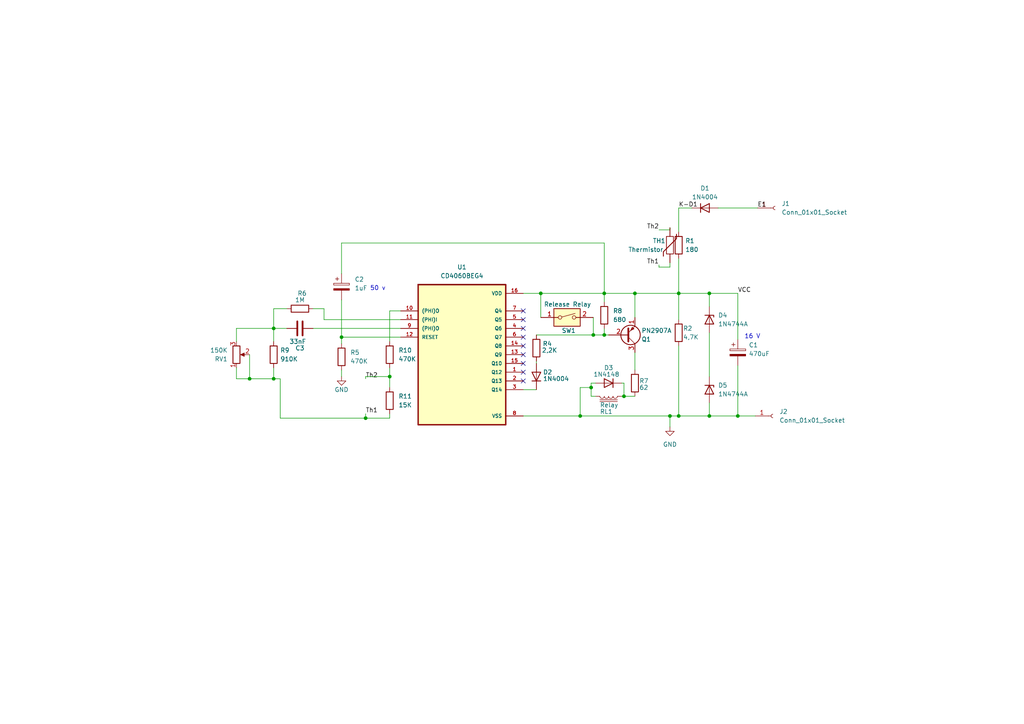
<source format=kicad_sch>
(kicad_sch (version 20230121) (generator eeschema)

  (uuid fd25898a-2d64-45c6-bc75-0ee137956269)

  (paper "A4")

  (title_block
    (title "Grille pain")
    (date "2024-02-10")
    (rev "V 0.0")
    (comment 1 "Pas termine, juste une idee")
  )

  (lib_symbols
    (symbol "CD4060:CD4060BEG4" (pin_names (offset 1.016)) (in_bom yes) (on_board yes)
      (property "Reference" "U" (at -12.7 21.32 0)
        (effects (font (size 1.27 1.27)) (justify left bottom))
      )
      (property "Value" "CD4060BEG4" (at -12.7 -24.32 0)
        (effects (font (size 1.27 1.27)) (justify left bottom))
      )
      (property "Footprint" "CD4060BEG4:DIP794W45P254L1969H508Q16" (at 0 0 0)
        (effects (font (size 1.27 1.27)) (justify bottom) hide)
      )
      (property "Datasheet" "" (at 0 0 0)
        (effects (font (size 1.27 1.27)) hide)
      )
      (property "MF" "Texas Instruments" (at 0 0 0)
        (effects (font (size 1.27 1.27)) (justify bottom) hide)
      )
      (property "Description" "\nCounter IC Binary Counter 1 Element 14 Bit Negative Edge 16-PDIP\n" (at 0 0 0)
        (effects (font (size 1.27 1.27)) (justify bottom) hide)
      )
      (property "Package" "PDIP-16 Texas Instruments" (at 0 0 0)
        (effects (font (size 1.27 1.27)) (justify bottom) hide)
      )
      (property "Price" "None" (at 0 0 0)
        (effects (font (size 1.27 1.27)) (justify bottom) hide)
      )
      (property "SnapEDA_Link" "https://www.snapeda.com/parts/CD4060BEG4/Texas+Instruments/view-part/?ref=snap" (at 0 0 0)
        (effects (font (size 1.27 1.27)) (justify bottom) hide)
      )
      (property "MP" "CD4060BEG4" (at 0 0 0)
        (effects (font (size 1.27 1.27)) (justify bottom) hide)
      )
      (property "Availability" "Not in stock" (at 0 0 0)
        (effects (font (size 1.27 1.27)) (justify bottom) hide)
      )
      (property "Check_prices" "https://www.snapeda.com/parts/CD4060BEG4/Texas+Instruments/view-part/?ref=eda" (at 0 0 0)
        (effects (font (size 1.27 1.27)) (justify bottom) hide)
      )
      (symbol "CD4060BEG4_0_0"
        (rectangle (start -12.7 -20.32) (end 12.7 20.32)
          (stroke (width 0.41) (type default))
          (fill (type background))
        )
        (pin output line (at 17.78 -5.08 180) (length 5.08)
          (name "Q12" (effects (font (size 1.016 1.016))))
          (number "1" (effects (font (size 1.016 1.016))))
        )
        (pin input line (at -17.78 12.7 0) (length 5.08)
          (name "(PHI)O" (effects (font (size 1.016 1.016))))
          (number "10" (effects (font (size 1.016 1.016))))
        )
        (pin input line (at -17.78 10.16 0) (length 5.08)
          (name "(PHI)I" (effects (font (size 1.016 1.016))))
          (number "11" (effects (font (size 1.016 1.016))))
        )
        (pin input line (at -17.78 5.08 0) (length 5.08)
          (name "RESET" (effects (font (size 1.016 1.016))))
          (number "12" (effects (font (size 1.016 1.016))))
        )
        (pin output line (at 17.78 0 180) (length 5.08)
          (name "Q9" (effects (font (size 1.016 1.016))))
          (number "13" (effects (font (size 1.016 1.016))))
        )
        (pin output line (at 17.78 2.54 180) (length 5.08)
          (name "Q8" (effects (font (size 1.016 1.016))))
          (number "14" (effects (font (size 1.016 1.016))))
        )
        (pin output line (at 17.78 -2.54 180) (length 5.08)
          (name "Q10" (effects (font (size 1.016 1.016))))
          (number "15" (effects (font (size 1.016 1.016))))
        )
        (pin power_in line (at 17.78 17.78 180) (length 5.08)
          (name "VDD" (effects (font (size 1.016 1.016))))
          (number "16" (effects (font (size 1.016 1.016))))
        )
        (pin output line (at 17.78 -7.62 180) (length 5.08)
          (name "Q13" (effects (font (size 1.016 1.016))))
          (number "2" (effects (font (size 1.016 1.016))))
        )
        (pin output line (at 17.78 -10.16 180) (length 5.08)
          (name "Q14" (effects (font (size 1.016 1.016))))
          (number "3" (effects (font (size 1.016 1.016))))
        )
        (pin output line (at 17.78 7.62 180) (length 5.08)
          (name "Q6" (effects (font (size 1.016 1.016))))
          (number "4" (effects (font (size 1.016 1.016))))
        )
        (pin output line (at 17.78 10.16 180) (length 5.08)
          (name "Q5" (effects (font (size 1.016 1.016))))
          (number "5" (effects (font (size 1.016 1.016))))
        )
        (pin output line (at 17.78 5.08 180) (length 5.08)
          (name "Q7" (effects (font (size 1.016 1.016))))
          (number "6" (effects (font (size 1.016 1.016))))
        )
        (pin output line (at 17.78 12.7 180) (length 5.08)
          (name "Q4" (effects (font (size 1.016 1.016))))
          (number "7" (effects (font (size 1.016 1.016))))
        )
        (pin power_in line (at 17.78 -17.78 180) (length 5.08)
          (name "VSS" (effects (font (size 1.016 1.016))))
          (number "8" (effects (font (size 1.016 1.016))))
        )
        (pin input line (at -17.78 7.62 0) (length 5.08)
          (name "(PHI)O" (effects (font (size 1.016 1.016))))
          (number "9" (effects (font (size 1.016 1.016))))
        )
      )
    )
    (symbol "Connector:Conn_01x01_Socket" (pin_names (offset 1.016) hide) (in_bom yes) (on_board yes)
      (property "Reference" "J" (at 0 2.54 0)
        (effects (font (size 1.27 1.27)))
      )
      (property "Value" "Conn_01x01_Socket" (at 0 -2.54 0)
        (effects (font (size 1.27 1.27)))
      )
      (property "Footprint" "" (at 0 0 0)
        (effects (font (size 1.27 1.27)) hide)
      )
      (property "Datasheet" "~" (at 0 0 0)
        (effects (font (size 1.27 1.27)) hide)
      )
      (property "ki_locked" "" (at 0 0 0)
        (effects (font (size 1.27 1.27)))
      )
      (property "ki_keywords" "connector" (at 0 0 0)
        (effects (font (size 1.27 1.27)) hide)
      )
      (property "ki_description" "Generic connector, single row, 01x01, script generated" (at 0 0 0)
        (effects (font (size 1.27 1.27)) hide)
      )
      (property "ki_fp_filters" "Connector*:*_1x??_*" (at 0 0 0)
        (effects (font (size 1.27 1.27)) hide)
      )
      (symbol "Conn_01x01_Socket_1_1"
        (polyline
          (pts
            (xy -1.27 0)
            (xy -0.508 0)
          )
          (stroke (width 0.1524) (type default))
          (fill (type none))
        )
        (arc (start 0 0.508) (mid -0.5058 0) (end 0 -0.508)
          (stroke (width 0.1524) (type default))
          (fill (type none))
        )
        (pin passive line (at -5.08 0 0) (length 3.81)
          (name "Pin_1" (effects (font (size 1.27 1.27))))
          (number "1" (effects (font (size 1.27 1.27))))
        )
      )
    )
    (symbol "Device:C" (pin_numbers hide) (pin_names (offset 0.254)) (in_bom yes) (on_board yes)
      (property "Reference" "C" (at 0.635 2.54 0)
        (effects (font (size 1.27 1.27)) (justify left))
      )
      (property "Value" "C" (at 0.635 -2.54 0)
        (effects (font (size 1.27 1.27)) (justify left))
      )
      (property "Footprint" "" (at 0.9652 -3.81 0)
        (effects (font (size 1.27 1.27)) hide)
      )
      (property "Datasheet" "~" (at 0 0 0)
        (effects (font (size 1.27 1.27)) hide)
      )
      (property "ki_keywords" "cap capacitor" (at 0 0 0)
        (effects (font (size 1.27 1.27)) hide)
      )
      (property "ki_description" "Unpolarized capacitor" (at 0 0 0)
        (effects (font (size 1.27 1.27)) hide)
      )
      (property "ki_fp_filters" "C_*" (at 0 0 0)
        (effects (font (size 1.27 1.27)) hide)
      )
      (symbol "C_0_1"
        (polyline
          (pts
            (xy -2.032 -0.762)
            (xy 2.032 -0.762)
          )
          (stroke (width 0.508) (type default))
          (fill (type none))
        )
        (polyline
          (pts
            (xy -2.032 0.762)
            (xy 2.032 0.762)
          )
          (stroke (width 0.508) (type default))
          (fill (type none))
        )
      )
      (symbol "C_1_1"
        (pin passive line (at 0 3.81 270) (length 2.794)
          (name "~" (effects (font (size 1.27 1.27))))
          (number "1" (effects (font (size 1.27 1.27))))
        )
        (pin passive line (at 0 -3.81 90) (length 2.794)
          (name "~" (effects (font (size 1.27 1.27))))
          (number "2" (effects (font (size 1.27 1.27))))
        )
      )
    )
    (symbol "Device:C_Polarized" (pin_numbers hide) (pin_names (offset 0.254)) (in_bom yes) (on_board yes)
      (property "Reference" "C" (at 0.635 2.54 0)
        (effects (font (size 1.27 1.27)) (justify left))
      )
      (property "Value" "C_Polarized" (at 0.635 -2.54 0)
        (effects (font (size 1.27 1.27)) (justify left))
      )
      (property "Footprint" "" (at 0.9652 -3.81 0)
        (effects (font (size 1.27 1.27)) hide)
      )
      (property "Datasheet" "~" (at 0 0 0)
        (effects (font (size 1.27 1.27)) hide)
      )
      (property "ki_keywords" "cap capacitor" (at 0 0 0)
        (effects (font (size 1.27 1.27)) hide)
      )
      (property "ki_description" "Polarized capacitor" (at 0 0 0)
        (effects (font (size 1.27 1.27)) hide)
      )
      (property "ki_fp_filters" "CP_*" (at 0 0 0)
        (effects (font (size 1.27 1.27)) hide)
      )
      (symbol "C_Polarized_0_1"
        (rectangle (start -2.286 0.508) (end 2.286 1.016)
          (stroke (width 0) (type default))
          (fill (type none))
        )
        (polyline
          (pts
            (xy -1.778 2.286)
            (xy -0.762 2.286)
          )
          (stroke (width 0) (type default))
          (fill (type none))
        )
        (polyline
          (pts
            (xy -1.27 2.794)
            (xy -1.27 1.778)
          )
          (stroke (width 0) (type default))
          (fill (type none))
        )
        (rectangle (start 2.286 -0.508) (end -2.286 -1.016)
          (stroke (width 0) (type default))
          (fill (type outline))
        )
      )
      (symbol "C_Polarized_1_1"
        (pin passive line (at 0 3.81 270) (length 2.794)
          (name "~" (effects (font (size 1.27 1.27))))
          (number "1" (effects (font (size 1.27 1.27))))
        )
        (pin passive line (at 0 -3.81 90) (length 2.794)
          (name "~" (effects (font (size 1.27 1.27))))
          (number "2" (effects (font (size 1.27 1.27))))
        )
      )
    )
    (symbol "Device:D" (pin_numbers hide) (pin_names (offset 1.016) hide) (in_bom yes) (on_board yes)
      (property "Reference" "D" (at 0 2.54 0)
        (effects (font (size 1.27 1.27)))
      )
      (property "Value" "D" (at 0 -2.54 0)
        (effects (font (size 1.27 1.27)))
      )
      (property "Footprint" "" (at 0 0 0)
        (effects (font (size 1.27 1.27)) hide)
      )
      (property "Datasheet" "~" (at 0 0 0)
        (effects (font (size 1.27 1.27)) hide)
      )
      (property "Sim.Device" "D" (at 0 0 0)
        (effects (font (size 1.27 1.27)) hide)
      )
      (property "Sim.Pins" "1=K 2=A" (at 0 0 0)
        (effects (font (size 1.27 1.27)) hide)
      )
      (property "ki_keywords" "diode" (at 0 0 0)
        (effects (font (size 1.27 1.27)) hide)
      )
      (property "ki_description" "Diode" (at 0 0 0)
        (effects (font (size 1.27 1.27)) hide)
      )
      (property "ki_fp_filters" "TO-???* *_Diode_* *SingleDiode* D_*" (at 0 0 0)
        (effects (font (size 1.27 1.27)) hide)
      )
      (symbol "D_0_1"
        (polyline
          (pts
            (xy -1.27 1.27)
            (xy -1.27 -1.27)
          )
          (stroke (width 0.254) (type default))
          (fill (type none))
        )
        (polyline
          (pts
            (xy 1.27 0)
            (xy -1.27 0)
          )
          (stroke (width 0) (type default))
          (fill (type none))
        )
        (polyline
          (pts
            (xy 1.27 1.27)
            (xy 1.27 -1.27)
            (xy -1.27 0)
            (xy 1.27 1.27)
          )
          (stroke (width 0.254) (type default))
          (fill (type none))
        )
      )
      (symbol "D_1_1"
        (pin passive line (at -3.81 0 0) (length 2.54)
          (name "K" (effects (font (size 1.27 1.27))))
          (number "1" (effects (font (size 1.27 1.27))))
        )
        (pin passive line (at 3.81 0 180) (length 2.54)
          (name "A" (effects (font (size 1.27 1.27))))
          (number "2" (effects (font (size 1.27 1.27))))
        )
      )
    )
    (symbol "Device:D_Zener" (pin_numbers hide) (pin_names (offset 1.016) hide) (in_bom yes) (on_board yes)
      (property "Reference" "D" (at 0 2.54 0)
        (effects (font (size 1.27 1.27)))
      )
      (property "Value" "D_Zener" (at 0 -2.54 0)
        (effects (font (size 1.27 1.27)))
      )
      (property "Footprint" "" (at 0 0 0)
        (effects (font (size 1.27 1.27)) hide)
      )
      (property "Datasheet" "~" (at 0 0 0)
        (effects (font (size 1.27 1.27)) hide)
      )
      (property "ki_keywords" "diode" (at 0 0 0)
        (effects (font (size 1.27 1.27)) hide)
      )
      (property "ki_description" "Zener diode" (at 0 0 0)
        (effects (font (size 1.27 1.27)) hide)
      )
      (property "ki_fp_filters" "TO-???* *_Diode_* *SingleDiode* D_*" (at 0 0 0)
        (effects (font (size 1.27 1.27)) hide)
      )
      (symbol "D_Zener_0_1"
        (polyline
          (pts
            (xy 1.27 0)
            (xy -1.27 0)
          )
          (stroke (width 0) (type default))
          (fill (type none))
        )
        (polyline
          (pts
            (xy -1.27 -1.27)
            (xy -1.27 1.27)
            (xy -0.762 1.27)
          )
          (stroke (width 0.254) (type default))
          (fill (type none))
        )
        (polyline
          (pts
            (xy 1.27 -1.27)
            (xy 1.27 1.27)
            (xy -1.27 0)
            (xy 1.27 -1.27)
          )
          (stroke (width 0.254) (type default))
          (fill (type none))
        )
      )
      (symbol "D_Zener_1_1"
        (pin passive line (at -3.81 0 0) (length 2.54)
          (name "K" (effects (font (size 1.27 1.27))))
          (number "1" (effects (font (size 1.27 1.27))))
        )
        (pin passive line (at 3.81 0 180) (length 2.54)
          (name "A" (effects (font (size 1.27 1.27))))
          (number "2" (effects (font (size 1.27 1.27))))
        )
      )
    )
    (symbol "Device:L_Iron" (pin_numbers hide) (pin_names (offset 1.016) hide) (in_bom yes) (on_board yes)
      (property "Reference" "L" (at -1.27 0 90)
        (effects (font (size 1.27 1.27)))
      )
      (property "Value" "L_Iron" (at 2.794 0 90)
        (effects (font (size 1.27 1.27)))
      )
      (property "Footprint" "" (at 0 0 0)
        (effects (font (size 1.27 1.27)) hide)
      )
      (property "Datasheet" "~" (at 0 0 0)
        (effects (font (size 1.27 1.27)) hide)
      )
      (property "ki_keywords" "inductor choke coil reactor magnetic" (at 0 0 0)
        (effects (font (size 1.27 1.27)) hide)
      )
      (property "ki_description" "Inductor with iron core" (at 0 0 0)
        (effects (font (size 1.27 1.27)) hide)
      )
      (property "ki_fp_filters" "Choke_* *Coil* Inductor_* L_*" (at 0 0 0)
        (effects (font (size 1.27 1.27)) hide)
      )
      (symbol "L_Iron_0_1"
        (arc (start 0 -2.54) (mid 0.6323 -1.905) (end 0 -1.27)
          (stroke (width 0) (type default))
          (fill (type none))
        )
        (arc (start 0 -1.27) (mid 0.6323 -0.635) (end 0 0)
          (stroke (width 0) (type default))
          (fill (type none))
        )
        (polyline
          (pts
            (xy 1.016 2.54)
            (xy 1.016 -2.54)
          )
          (stroke (width 0) (type default))
          (fill (type none))
        )
        (polyline
          (pts
            (xy 1.524 -2.54)
            (xy 1.524 2.54)
          )
          (stroke (width 0) (type default))
          (fill (type none))
        )
        (arc (start 0 0) (mid 0.6323 0.635) (end 0 1.27)
          (stroke (width 0) (type default))
          (fill (type none))
        )
        (arc (start 0 1.27) (mid 0.6323 1.905) (end 0 2.54)
          (stroke (width 0) (type default))
          (fill (type none))
        )
      )
      (symbol "L_Iron_1_1"
        (pin passive line (at 0 3.81 270) (length 1.27)
          (name "1" (effects (font (size 1.27 1.27))))
          (number "1" (effects (font (size 1.27 1.27))))
        )
        (pin passive line (at 0 -3.81 90) (length 1.27)
          (name "2" (effects (font (size 1.27 1.27))))
          (number "2" (effects (font (size 1.27 1.27))))
        )
      )
    )
    (symbol "Device:R" (pin_numbers hide) (pin_names (offset 0)) (in_bom yes) (on_board yes)
      (property "Reference" "R" (at 2.032 0 90)
        (effects (font (size 1.27 1.27)))
      )
      (property "Value" "R" (at 0 0 90)
        (effects (font (size 1.27 1.27)))
      )
      (property "Footprint" "" (at -1.778 0 90)
        (effects (font (size 1.27 1.27)) hide)
      )
      (property "Datasheet" "~" (at 0 0 0)
        (effects (font (size 1.27 1.27)) hide)
      )
      (property "ki_keywords" "R res resistor" (at 0 0 0)
        (effects (font (size 1.27 1.27)) hide)
      )
      (property "ki_description" "Resistor" (at 0 0 0)
        (effects (font (size 1.27 1.27)) hide)
      )
      (property "ki_fp_filters" "R_*" (at 0 0 0)
        (effects (font (size 1.27 1.27)) hide)
      )
      (symbol "R_0_1"
        (rectangle (start -1.016 -2.54) (end 1.016 2.54)
          (stroke (width 0.254) (type default))
          (fill (type none))
        )
      )
      (symbol "R_1_1"
        (pin passive line (at 0 3.81 270) (length 1.27)
          (name "~" (effects (font (size 1.27 1.27))))
          (number "1" (effects (font (size 1.27 1.27))))
        )
        (pin passive line (at 0 -3.81 90) (length 1.27)
          (name "~" (effects (font (size 1.27 1.27))))
          (number "2" (effects (font (size 1.27 1.27))))
        )
      )
    )
    (symbol "Device:R_Potentiometer" (pin_names (offset 1.016) hide) (in_bom yes) (on_board yes)
      (property "Reference" "RV" (at -4.445 0 90)
        (effects (font (size 1.27 1.27)))
      )
      (property "Value" "R_Potentiometer" (at -2.54 0 90)
        (effects (font (size 1.27 1.27)))
      )
      (property "Footprint" "" (at 0 0 0)
        (effects (font (size 1.27 1.27)) hide)
      )
      (property "Datasheet" "~" (at 0 0 0)
        (effects (font (size 1.27 1.27)) hide)
      )
      (property "ki_keywords" "resistor variable" (at 0 0 0)
        (effects (font (size 1.27 1.27)) hide)
      )
      (property "ki_description" "Potentiometer" (at 0 0 0)
        (effects (font (size 1.27 1.27)) hide)
      )
      (property "ki_fp_filters" "Potentiometer*" (at 0 0 0)
        (effects (font (size 1.27 1.27)) hide)
      )
      (symbol "R_Potentiometer_0_1"
        (polyline
          (pts
            (xy 2.54 0)
            (xy 1.524 0)
          )
          (stroke (width 0) (type default))
          (fill (type none))
        )
        (polyline
          (pts
            (xy 1.143 0)
            (xy 2.286 0.508)
            (xy 2.286 -0.508)
            (xy 1.143 0)
          )
          (stroke (width 0) (type default))
          (fill (type outline))
        )
        (rectangle (start 1.016 2.54) (end -1.016 -2.54)
          (stroke (width 0.254) (type default))
          (fill (type none))
        )
      )
      (symbol "R_Potentiometer_1_1"
        (pin passive line (at 0 3.81 270) (length 1.27)
          (name "1" (effects (font (size 1.27 1.27))))
          (number "1" (effects (font (size 1.27 1.27))))
        )
        (pin passive line (at 3.81 0 180) (length 1.27)
          (name "2" (effects (font (size 1.27 1.27))))
          (number "2" (effects (font (size 1.27 1.27))))
        )
        (pin passive line (at 0 -3.81 90) (length 1.27)
          (name "3" (effects (font (size 1.27 1.27))))
          (number "3" (effects (font (size 1.27 1.27))))
        )
      )
    )
    (symbol "Device:Thermistor" (pin_numbers hide) (pin_names (offset 0)) (in_bom yes) (on_board yes)
      (property "Reference" "TH" (at 2.54 1.27 90)
        (effects (font (size 1.27 1.27)))
      )
      (property "Value" "Thermistor" (at -2.54 0 90)
        (effects (font (size 1.27 1.27)) (justify bottom))
      )
      (property "Footprint" "" (at 0 0 0)
        (effects (font (size 1.27 1.27)) hide)
      )
      (property "Datasheet" "~" (at 0 0 0)
        (effects (font (size 1.27 1.27)) hide)
      )
      (property "ki_keywords" "R res thermistor" (at 0 0 0)
        (effects (font (size 1.27 1.27)) hide)
      )
      (property "ki_description" "Temperature dependent resistor" (at 0 0 0)
        (effects (font (size 1.27 1.27)) hide)
      )
      (property "ki_fp_filters" "R_*" (at 0 0 0)
        (effects (font (size 1.27 1.27)) hide)
      )
      (symbol "Thermistor_0_1"
        (rectangle (start -1.016 2.54) (end 1.016 -2.54)
          (stroke (width 0.2032) (type default))
          (fill (type none))
        )
        (polyline
          (pts
            (xy -1.905 3.175)
            (xy -1.905 1.905)
            (xy 1.905 -1.905)
            (xy 1.905 -3.175)
            (xy 1.905 -3.175)
          )
          (stroke (width 0.254) (type default))
          (fill (type none))
        )
      )
      (symbol "Thermistor_1_1"
        (pin passive line (at 0 5.08 270) (length 2.54)
          (name "~" (effects (font (size 1.27 1.27))))
          (number "1" (effects (font (size 1.27 1.27))))
        )
        (pin passive line (at 0 -5.08 90) (length 2.54)
          (name "~" (effects (font (size 1.27 1.27))))
          (number "2" (effects (font (size 1.27 1.27))))
        )
      )
    )
    (symbol "Switch:SW_DIP_x01" (pin_names (offset 0) hide) (in_bom yes) (on_board yes)
      (property "Reference" "SW" (at 0 3.81 0)
        (effects (font (size 1.27 1.27)))
      )
      (property "Value" "SW_DIP_x01" (at 0 -3.81 0)
        (effects (font (size 1.27 1.27)))
      )
      (property "Footprint" "" (at 0 0 0)
        (effects (font (size 1.27 1.27)) hide)
      )
      (property "Datasheet" "~" (at 0 0 0)
        (effects (font (size 1.27 1.27)) hide)
      )
      (property "ki_keywords" "dip switch" (at 0 0 0)
        (effects (font (size 1.27 1.27)) hide)
      )
      (property "ki_description" "1x DIP Switch, Single Pole Single Throw (SPST) switch, small symbol" (at 0 0 0)
        (effects (font (size 1.27 1.27)) hide)
      )
      (property "ki_fp_filters" "SW?DIP?x1*" (at 0 0 0)
        (effects (font (size 1.27 1.27)) hide)
      )
      (symbol "SW_DIP_x01_0_0"
        (circle (center -2.032 0) (radius 0.508)
          (stroke (width 0) (type default))
          (fill (type none))
        )
        (polyline
          (pts
            (xy -1.524 0.127)
            (xy 2.3622 1.1684)
          )
          (stroke (width 0) (type default))
          (fill (type none))
        )
        (circle (center 2.032 0) (radius 0.508)
          (stroke (width 0) (type default))
          (fill (type none))
        )
      )
      (symbol "SW_DIP_x01_0_1"
        (rectangle (start -3.81 2.54) (end 3.81 -2.54)
          (stroke (width 0.254) (type default))
          (fill (type background))
        )
      )
      (symbol "SW_DIP_x01_1_1"
        (pin passive line (at -7.62 0 0) (length 5.08)
          (name "~" (effects (font (size 1.27 1.27))))
          (number "1" (effects (font (size 1.27 1.27))))
        )
        (pin passive line (at 7.62 0 180) (length 5.08)
          (name "~" (effects (font (size 1.27 1.27))))
          (number "2" (effects (font (size 1.27 1.27))))
        )
      )
    )
    (symbol "Transistor_BJT:2N3905" (pin_names (offset 0) hide) (in_bom yes) (on_board yes)
      (property "Reference" "Q" (at 5.08 1.905 0)
        (effects (font (size 1.27 1.27)) (justify left))
      )
      (property "Value" "2N3905" (at 5.08 0 0)
        (effects (font (size 1.27 1.27)) (justify left))
      )
      (property "Footprint" "Package_TO_SOT_THT:TO-92_Inline" (at 5.08 -1.905 0)
        (effects (font (size 1.27 1.27) italic) (justify left) hide)
      )
      (property "Datasheet" "https://www.nteinc.com/specs/original/2N3905_06.pdf" (at 0 0 0)
        (effects (font (size 1.27 1.27)) (justify left) hide)
      )
      (property "ki_keywords" "PNP Transistor" (at 0 0 0)
        (effects (font (size 1.27 1.27)) hide)
      )
      (property "ki_description" "-0.2A Ic, -40V Vce, Small Signal PNP Transistor, TO-92" (at 0 0 0)
        (effects (font (size 1.27 1.27)) hide)
      )
      (property "ki_fp_filters" "TO?92*" (at 0 0 0)
        (effects (font (size 1.27 1.27)) hide)
      )
      (symbol "2N3905_0_1"
        (polyline
          (pts
            (xy 0.635 0.635)
            (xy 2.54 2.54)
          )
          (stroke (width 0) (type default))
          (fill (type none))
        )
        (polyline
          (pts
            (xy 0.635 -0.635)
            (xy 2.54 -2.54)
            (xy 2.54 -2.54)
          )
          (stroke (width 0) (type default))
          (fill (type none))
        )
        (polyline
          (pts
            (xy 0.635 1.905)
            (xy 0.635 -1.905)
            (xy 0.635 -1.905)
          )
          (stroke (width 0.508) (type default))
          (fill (type none))
        )
        (polyline
          (pts
            (xy 2.286 -1.778)
            (xy 1.778 -2.286)
            (xy 1.27 -1.27)
            (xy 2.286 -1.778)
            (xy 2.286 -1.778)
          )
          (stroke (width 0) (type default))
          (fill (type outline))
        )
        (circle (center 1.27 0) (radius 2.8194)
          (stroke (width 0.254) (type default))
          (fill (type none))
        )
      )
      (symbol "2N3905_1_1"
        (pin passive line (at 2.54 -5.08 90) (length 2.54)
          (name "E" (effects (font (size 1.27 1.27))))
          (number "1" (effects (font (size 1.27 1.27))))
        )
        (pin input line (at -5.08 0 0) (length 5.715)
          (name "B" (effects (font (size 1.27 1.27))))
          (number "2" (effects (font (size 1.27 1.27))))
        )
        (pin passive line (at 2.54 5.08 270) (length 2.54)
          (name "C" (effects (font (size 1.27 1.27))))
          (number "3" (effects (font (size 1.27 1.27))))
        )
      )
    )
    (symbol "power:GND" (power) (pin_names (offset 0)) (in_bom yes) (on_board yes)
      (property "Reference" "#PWR" (at 0 -6.35 0)
        (effects (font (size 1.27 1.27)) hide)
      )
      (property "Value" "GND" (at 0 -3.81 0)
        (effects (font (size 1.27 1.27)))
      )
      (property "Footprint" "" (at 0 0 0)
        (effects (font (size 1.27 1.27)) hide)
      )
      (property "Datasheet" "" (at 0 0 0)
        (effects (font (size 1.27 1.27)) hide)
      )
      (property "ki_keywords" "global power" (at 0 0 0)
        (effects (font (size 1.27 1.27)) hide)
      )
      (property "ki_description" "Power symbol creates a global label with name \"GND\" , ground" (at 0 0 0)
        (effects (font (size 1.27 1.27)) hide)
      )
      (symbol "GND_0_1"
        (polyline
          (pts
            (xy 0 0)
            (xy 0 -1.27)
            (xy 1.27 -1.27)
            (xy 0 -2.54)
            (xy -1.27 -1.27)
            (xy 0 -1.27)
          )
          (stroke (width 0) (type default))
          (fill (type none))
        )
      )
      (symbol "GND_1_1"
        (pin power_in line (at 0 0 270) (length 0) hide
          (name "GND" (effects (font (size 1.27 1.27))))
          (number "1" (effects (font (size 1.27 1.27))))
        )
      )
    )
  )

  (junction (at 156.845 85.09) (diameter 0) (color 0 0 0 0)
    (uuid 0017864a-4d16-44eb-80a3-f17dae34c0f3)
  )
  (junction (at 196.85 85.09) (diameter 0) (color 0 0 0 0)
    (uuid 00188b90-0c87-48a7-a345-e87c17b7197f)
  )
  (junction (at 184.15 85.09) (diameter 0) (color 0 0 0 0)
    (uuid 02ada6d1-2349-48c2-82c6-7ee312b94ab5)
  )
  (junction (at 171.45 112.395) (diameter 0) (color 0 0 0 0)
    (uuid 04ff7e53-f574-4732-af34-799fde7b55ef)
  )
  (junction (at 205.74 120.65) (diameter 0) (color 0 0 0 0)
    (uuid 082e4aad-e84c-4474-952e-4e8c69df19a4)
  )
  (junction (at 113.03 109.22) (diameter 0) (color 0 0 0 0)
    (uuid 0d9f002b-d4a8-44cd-b594-4822609ad6cf)
  )
  (junction (at 213.995 120.65) (diameter 0) (color 0 0 0 0)
    (uuid 1c4b0b9e-08fc-40f3-be4b-5f282099a673)
  )
  (junction (at 72.39 109.855) (diameter 0) (color 0 0 0 0)
    (uuid 5b9abb37-69b6-43e5-ace4-0fac11ecad22)
  )
  (junction (at 79.375 109.855) (diameter 0) (color 0 0 0 0)
    (uuid 86e92535-e5fe-4c86-9f2a-72054a934ed8)
  )
  (junction (at 205.74 85.09) (diameter 0) (color 0 0 0 0)
    (uuid 8dcd73cd-c32e-4275-b513-415eda6636e9)
  )
  (junction (at 172.085 97.155) (diameter 0) (color 0 0 0 0)
    (uuid aeb72df2-332e-46e4-9be9-84fb36aded7b)
  )
  (junction (at 180.975 114.935) (diameter 0) (color 0 0 0 0)
    (uuid af3408a4-cbfe-4559-ab11-fef906a9b55e)
  )
  (junction (at 175.26 85.09) (diameter 0) (color 0 0 0 0)
    (uuid b73941bf-bc82-476d-92b2-276c957c5c41)
  )
  (junction (at 79.375 95.25) (diameter 0) (color 0 0 0 0)
    (uuid bdaa2a3e-8944-49df-9f5d-76936d44da6d)
  )
  (junction (at 196.85 120.65) (diameter 0) (color 0 0 0 0)
    (uuid c8749eef-1e2f-4829-aab6-c1cbecdadd06)
  )
  (junction (at 194.31 120.65) (diameter 0) (color 0 0 0 0)
    (uuid d8a1d769-3a46-45d6-ad86-43cd5d6769af)
  )
  (junction (at 106.045 121.285) (diameter 0) (color 0 0 0 0)
    (uuid e1aa0742-e550-49da-a3e2-c220fd76bb4b)
  )
  (junction (at 168.275 120.65) (diameter 0) (color 0 0 0 0)
    (uuid e6e181c6-7d4d-42c1-b09c-ca25189f232c)
  )
  (junction (at 175.26 97.155) (diameter 0) (color 0 0 0 0)
    (uuid ef881206-c688-49a4-a159-c49f9eec7713)
  )
  (junction (at 99.06 97.79) (diameter 0) (color 0 0 0 0)
    (uuid fa632ba1-4b07-464f-9dd0-1b57af778660)
  )

  (no_connect (at 151.765 100.33) (uuid 03f1ce1e-3d78-4394-a7f8-fec3690a7130))
  (no_connect (at 151.765 110.49) (uuid 0c7d5b39-4f23-4234-a6ff-baa668a721cf))
  (no_connect (at 151.765 97.79) (uuid 225c55a6-24a9-4cd1-a9ff-34a1a571b1ad))
  (no_connect (at 151.765 92.71) (uuid 695ad326-4970-4c4c-8bc3-948bd9325d05))
  (no_connect (at 151.765 90.17) (uuid 93ae0467-2729-44ed-a346-6f830f7436b1))
  (no_connect (at 151.765 95.25) (uuid b03311b2-a187-42c2-b302-ecda79fd67fc))
  (no_connect (at 151.765 105.41) (uuid b278f7be-618e-4a69-a4b7-b655c9ca2761))
  (no_connect (at 151.765 107.95) (uuid d5a7a901-4e44-4002-af5e-7b12708078a0))
  (no_connect (at 151.765 102.87) (uuid dc421c00-7538-425f-a335-d2284f03c53e))

  (wire (pts (xy 168.275 112.395) (xy 168.275 120.65))
    (stroke (width 0) (type default))
    (uuid 02877e49-1fa8-46c3-82f6-e1c29a119a7e)
  )
  (wire (pts (xy 79.375 95.25) (xy 68.58 95.25))
    (stroke (width 0) (type default))
    (uuid 0358b5e3-149b-4627-891d-f52ee577bfc4)
  )
  (wire (pts (xy 213.995 98.425) (xy 213.995 85.09))
    (stroke (width 0) (type default))
    (uuid 0873bbdf-848e-48ff-b8dc-83bc10db3c0d)
  )
  (wire (pts (xy 113.03 109.22) (xy 113.03 112.395))
    (stroke (width 0) (type default))
    (uuid 0b495abe-fad5-436a-84a4-bf713f013dfe)
  )
  (wire (pts (xy 116.205 90.17) (xy 113.03 90.17))
    (stroke (width 0) (type default))
    (uuid 0c8c35c6-32c1-4642-adb3-aef029e097fb)
  )
  (wire (pts (xy 184.15 102.235) (xy 184.15 107.315))
    (stroke (width 0) (type default))
    (uuid 0d1faaba-d9a9-4636-9e42-23a24ec0421b)
  )
  (wire (pts (xy 155.575 97.155) (xy 172.085 97.155))
    (stroke (width 0) (type default))
    (uuid 108f67f1-42cc-4bd4-9e21-2c81f73ecad1)
  )
  (wire (pts (xy 175.26 95.25) (xy 175.26 97.155))
    (stroke (width 0) (type default))
    (uuid 14fd3a9e-c989-439f-b29d-56c7761835c5)
  )
  (wire (pts (xy 205.74 96.52) (xy 205.74 109.22))
    (stroke (width 0) (type default))
    (uuid 16e59d33-7349-42d1-86df-a633a5816634)
  )
  (wire (pts (xy 172.085 97.155) (xy 175.26 97.155))
    (stroke (width 0) (type default))
    (uuid 17796e66-8487-46f2-bac2-0e8a63ec1c32)
  )
  (wire (pts (xy 156.845 85.09) (xy 156.845 92.075))
    (stroke (width 0) (type default))
    (uuid 1c46f923-b37d-4add-a920-2392e05847cd)
  )
  (wire (pts (xy 205.74 116.84) (xy 205.74 120.65))
    (stroke (width 0) (type default))
    (uuid 1d559bb1-6d83-4853-a0f1-dfec5d87e3a7)
  )
  (wire (pts (xy 93.98 92.71) (xy 116.205 92.71))
    (stroke (width 0) (type default))
    (uuid 1f833019-f258-4c4d-a0f4-a552e0c28d33)
  )
  (wire (pts (xy 171.45 112.395) (xy 168.275 112.395))
    (stroke (width 0) (type default))
    (uuid 203edb18-4c70-47d0-aa0e-b7498dda2b1e)
  )
  (wire (pts (xy 191.135 77.47) (xy 191.135 76.835))
    (stroke (width 0) (type default))
    (uuid 21ab0d4c-951b-4b1d-aa5c-2cd041edc8cc)
  )
  (wire (pts (xy 72.39 102.87) (xy 72.39 109.855))
    (stroke (width 0) (type default))
    (uuid 2324c956-091b-41e5-a592-14b4a6224668)
  )
  (wire (pts (xy 175.26 97.155) (xy 176.53 97.155))
    (stroke (width 0) (type default))
    (uuid 25426cb9-8e45-470f-96fe-fade273e69fb)
  )
  (wire (pts (xy 205.74 85.09) (xy 213.995 85.09))
    (stroke (width 0) (type default))
    (uuid 27b3bae4-b7b2-47cb-af25-040070cef69b)
  )
  (wire (pts (xy 151.765 85.09) (xy 156.845 85.09))
    (stroke (width 0) (type default))
    (uuid 2b458da9-def4-4b7a-96c6-7ccada4b15c6)
  )
  (wire (pts (xy 205.74 120.65) (xy 213.995 120.65))
    (stroke (width 0) (type default))
    (uuid 320a9237-1dac-44c8-992a-364437d5cbb1)
  )
  (wire (pts (xy 99.06 70.485) (xy 99.06 79.375))
    (stroke (width 0) (type default))
    (uuid 3497361e-35cb-419f-a937-6c230439d55b)
  )
  (wire (pts (xy 90.805 95.25) (xy 116.205 95.25))
    (stroke (width 0) (type default))
    (uuid 34ad0dca-1f18-4f7c-bd59-1f103c0ef4ca)
  )
  (wire (pts (xy 93.98 92.71) (xy 93.98 89.535))
    (stroke (width 0) (type default))
    (uuid 374ce9a7-600f-4d8d-ac51-0ddec667e4ee)
  )
  (wire (pts (xy 194.31 77.47) (xy 191.135 77.47))
    (stroke (width 0) (type default))
    (uuid 37d0694f-d2f4-439a-a840-429864865ef6)
  )
  (wire (pts (xy 175.26 85.09) (xy 175.26 87.63))
    (stroke (width 0) (type default))
    (uuid 38a2f236-6f24-4c46-bad3-ecffa4aac62f)
  )
  (wire (pts (xy 196.85 92.71) (xy 196.85 85.09))
    (stroke (width 0) (type default))
    (uuid 392bae6d-1360-474b-947f-83fbc987fd37)
  )
  (wire (pts (xy 79.375 109.855) (xy 72.39 109.855))
    (stroke (width 0) (type default))
    (uuid 3a356660-3157-45d0-8e96-bc9185d9514b)
  )
  (wire (pts (xy 196.85 120.65) (xy 194.31 120.65))
    (stroke (width 0) (type default))
    (uuid 3bc6c07f-dbab-44f8-a612-4ce5fac533cf)
  )
  (wire (pts (xy 172.085 92.075) (xy 172.085 97.155))
    (stroke (width 0) (type default))
    (uuid 461c0187-4a6f-4774-a1fa-ed58a14326be)
  )
  (wire (pts (xy 68.58 95.25) (xy 68.58 99.06))
    (stroke (width 0) (type default))
    (uuid 4a2a2258-d7f1-4281-b8dc-2f5836787c7a)
  )
  (wire (pts (xy 72.39 109.855) (xy 68.58 109.855))
    (stroke (width 0) (type default))
    (uuid 4cccbbd8-9158-4884-88cb-f46b4f6076bc)
  )
  (wire (pts (xy 83.185 89.535) (xy 79.375 89.535))
    (stroke (width 0) (type default))
    (uuid 501b1c65-9366-44f5-b6ee-02e7a76558a2)
  )
  (wire (pts (xy 99.06 97.79) (xy 99.06 99.695))
    (stroke (width 0) (type default))
    (uuid 5a73f5d5-37d8-44e6-8f61-b5ba2b41dc5b)
  )
  (wire (pts (xy 172.72 111.125) (xy 171.45 111.125))
    (stroke (width 0) (type default))
    (uuid 5be19ed1-fbaa-438a-a94c-8f13075fb2ea)
  )
  (wire (pts (xy 93.98 89.535) (xy 90.805 89.535))
    (stroke (width 0) (type default))
    (uuid 5be7d719-958f-4fde-9ea4-6099b086e88f)
  )
  (wire (pts (xy 194.31 76.2) (xy 194.31 77.47))
    (stroke (width 0) (type default))
    (uuid 5eaabeb3-0121-4a49-b0c2-40e09fdab17f)
  )
  (wire (pts (xy 83.185 95.25) (xy 79.375 95.25))
    (stroke (width 0) (type default))
    (uuid 5edae8bc-0d8d-471b-8ff9-b332d3cad96f)
  )
  (wire (pts (xy 184.15 85.09) (xy 196.85 85.09))
    (stroke (width 0) (type default))
    (uuid 62da3397-3d11-4053-a128-932b5ee755aa)
  )
  (wire (pts (xy 106.045 121.285) (xy 81.28 121.285))
    (stroke (width 0) (type default))
    (uuid 65c10ed3-2d07-4fbb-bf17-840f5c5687d0)
  )
  (wire (pts (xy 81.28 109.855) (xy 79.375 109.855))
    (stroke (width 0) (type default))
    (uuid 686293a9-9365-4e70-a645-1b57a8bedc20)
  )
  (wire (pts (xy 79.375 95.25) (xy 79.375 99.06))
    (stroke (width 0) (type default))
    (uuid 68e84451-20e3-4966-af7a-d65e80ad436b)
  )
  (wire (pts (xy 196.85 120.65) (xy 205.74 120.65))
    (stroke (width 0) (type default))
    (uuid 6993d6b6-04e7-4e32-ab81-7bb49d0bd329)
  )
  (wire (pts (xy 196.85 74.93) (xy 196.85 85.09))
    (stroke (width 0) (type default))
    (uuid 6b9787d9-ea24-4cc6-9729-3b324a723e72)
  )
  (wire (pts (xy 79.375 89.535) (xy 79.375 95.25))
    (stroke (width 0) (type default))
    (uuid 6bf28b1e-18e2-4085-a7ca-3af1b872e2da)
  )
  (wire (pts (xy 172.72 114.935) (xy 171.45 114.935))
    (stroke (width 0) (type default))
    (uuid 6e632a8e-49e7-43d3-beba-4b823ccb2621)
  )
  (wire (pts (xy 171.45 114.935) (xy 171.45 112.395))
    (stroke (width 0) (type default))
    (uuid 72f03286-52b9-4c6f-9d03-f2d179dc0575)
  )
  (wire (pts (xy 106.045 109.22) (xy 106.045 109.855))
    (stroke (width 0) (type default))
    (uuid 78053446-3dd3-4074-bac6-5c6f86fde26d)
  )
  (wire (pts (xy 106.045 121.285) (xy 113.03 121.285))
    (stroke (width 0) (type default))
    (uuid 7bccf512-8bea-4a81-bec6-4fffb062680e)
  )
  (wire (pts (xy 156.845 85.09) (xy 175.26 85.09))
    (stroke (width 0) (type default))
    (uuid 809b2674-422b-41e0-aa78-e774d82bc94a)
  )
  (wire (pts (xy 180.975 111.125) (xy 180.975 114.935))
    (stroke (width 0) (type default))
    (uuid 83bbb471-44cc-4768-b9e5-e88c716cc07c)
  )
  (wire (pts (xy 175.26 85.09) (xy 184.15 85.09))
    (stroke (width 0) (type default))
    (uuid 860186c9-98d8-4c70-8096-7b5341ceab25)
  )
  (wire (pts (xy 196.85 60.325) (xy 196.85 67.31))
    (stroke (width 0) (type default))
    (uuid 88f3c34e-142e-408a-90c2-7ea731a2a11d)
  )
  (wire (pts (xy 106.045 120.015) (xy 106.045 121.285))
    (stroke (width 0) (type default))
    (uuid 8bd6f394-3b12-4b6e-9360-5875fd97f875)
  )
  (wire (pts (xy 99.06 107.315) (xy 99.06 109.22))
    (stroke (width 0) (type default))
    (uuid 8fcb64b5-5dfd-4c2f-b8c0-8bed66834e18)
  )
  (wire (pts (xy 175.26 70.485) (xy 99.06 70.485))
    (stroke (width 0) (type default))
    (uuid 93b60694-78e2-42c9-8610-649068d08c7e)
  )
  (wire (pts (xy 180.34 111.125) (xy 180.975 111.125))
    (stroke (width 0) (type default))
    (uuid 98a6c010-132a-4a79-aca1-2be9ff985da4)
  )
  (wire (pts (xy 113.03 120.015) (xy 113.03 121.285))
    (stroke (width 0) (type default))
    (uuid a2006269-dd0f-4043-a358-4a4df987325d)
  )
  (wire (pts (xy 113.03 90.17) (xy 113.03 99.06))
    (stroke (width 0) (type default))
    (uuid a4623d4e-53ba-4732-8565-2c5bd82d244d)
  )
  (wire (pts (xy 180.975 114.935) (xy 184.15 114.935))
    (stroke (width 0) (type default))
    (uuid a9ca6054-9d4b-4e07-95c8-0fda20e07f70)
  )
  (wire (pts (xy 106.045 109.22) (xy 113.03 109.22))
    (stroke (width 0) (type default))
    (uuid b5014d19-9fe1-4909-8a6d-db75b2e698b8)
  )
  (wire (pts (xy 208.28 60.325) (xy 219.71 60.325))
    (stroke (width 0) (type default))
    (uuid b72ccb67-258c-41bd-9664-62f3eb4fb042)
  )
  (wire (pts (xy 175.26 85.09) (xy 175.26 70.485))
    (stroke (width 0) (type default))
    (uuid b736cc8e-c866-4a53-bca6-72c92062f5a4)
  )
  (wire (pts (xy 151.765 120.65) (xy 168.275 120.65))
    (stroke (width 0) (type default))
    (uuid b7c4c88e-6576-4c3c-acdb-678eb8c19b58)
  )
  (wire (pts (xy 196.85 85.09) (xy 205.74 85.09))
    (stroke (width 0) (type default))
    (uuid bdec229e-f1f2-4206-b820-8d389ee29e9d)
  )
  (wire (pts (xy 184.15 85.09) (xy 184.15 92.075))
    (stroke (width 0) (type default))
    (uuid bf7ccd37-30ca-4886-bde1-55d5220a083f)
  )
  (wire (pts (xy 205.74 85.09) (xy 205.74 88.9))
    (stroke (width 0) (type default))
    (uuid c4eb292e-7fe1-4203-8c6e-7a292646c548)
  )
  (wire (pts (xy 200.66 60.325) (xy 196.85 60.325))
    (stroke (width 0) (type default))
    (uuid cab970d4-fa23-48d9-9e35-bbee4924385d)
  )
  (wire (pts (xy 99.06 97.79) (xy 116.205 97.79))
    (stroke (width 0) (type default))
    (uuid d33c35e5-8080-4b5c-9c39-c5f1c2a1e2fa)
  )
  (wire (pts (xy 194.31 66.04) (xy 194.31 66.675))
    (stroke (width 0) (type default))
    (uuid d9769b83-8ced-426c-b064-886ba1141e73)
  )
  (wire (pts (xy 151.765 113.03) (xy 155.575 113.03))
    (stroke (width 0) (type default))
    (uuid db98e2e9-db03-4ffe-bd40-129112d5a75b)
  )
  (wire (pts (xy 99.06 86.995) (xy 99.06 97.79))
    (stroke (width 0) (type default))
    (uuid ddf8f217-b1b2-4cf8-a2c4-36602ad69a02)
  )
  (wire (pts (xy 194.31 66.675) (xy 191.135 66.675))
    (stroke (width 0) (type default))
    (uuid de447e8c-80ca-4457-946f-ffb0241dc841)
  )
  (wire (pts (xy 168.275 120.65) (xy 194.31 120.65))
    (stroke (width 0) (type default))
    (uuid df27745e-66ea-4cab-8e59-5eb44dcbf63d)
  )
  (wire (pts (xy 79.375 106.68) (xy 79.375 109.855))
    (stroke (width 0) (type default))
    (uuid e15537a2-895c-43dc-bddd-ed30bf1036ec)
  )
  (wire (pts (xy 171.45 111.125) (xy 171.45 112.395))
    (stroke (width 0) (type default))
    (uuid e69c2992-0504-4a17-95d5-f15b12536e8d)
  )
  (wire (pts (xy 213.995 106.045) (xy 213.995 120.65))
    (stroke (width 0) (type default))
    (uuid e6d1a621-c6b0-4ea1-88b5-085bf3735265)
  )
  (wire (pts (xy 155.575 104.775) (xy 155.575 105.41))
    (stroke (width 0) (type default))
    (uuid ed523258-f731-48e2-b391-27db14158b4e)
  )
  (wire (pts (xy 81.28 121.285) (xy 81.28 109.855))
    (stroke (width 0) (type default))
    (uuid f07eb325-80d7-4fc5-af40-b7a3fe679031)
  )
  (wire (pts (xy 68.58 109.855) (xy 68.58 106.68))
    (stroke (width 0) (type default))
    (uuid f1887684-1bc3-421a-9972-4525907b8088)
  )
  (wire (pts (xy 196.85 100.33) (xy 196.85 120.65))
    (stroke (width 0) (type default))
    (uuid f4cb67ba-9589-44ae-9c23-326f141074e8)
  )
  (wire (pts (xy 194.31 123.825) (xy 194.31 120.65))
    (stroke (width 0) (type default))
    (uuid f562670a-1e42-4d67-bf11-78c2a759896c)
  )
  (wire (pts (xy 113.03 106.68) (xy 113.03 109.22))
    (stroke (width 0) (type default))
    (uuid f80859f7-f434-4e75-9d19-3f7e0214c425)
  )
  (wire (pts (xy 180.34 114.935) (xy 180.975 114.935))
    (stroke (width 0) (type default))
    (uuid fa9ef0e5-8e1a-42fb-8595-1373d408e189)
  )
  (wire (pts (xy 213.995 120.65) (xy 219.075 120.65))
    (stroke (width 0) (type default))
    (uuid ffb59791-8be5-464e-80f7-0ff57371246e)
  )

  (text "50 v" (at 107.315 84.455 0)
    (effects (font (size 1.27 1.27)) (justify left bottom))
    (uuid 5c5d28e1-4efe-4538-ba99-42db018f5e3d)
  )
  (text "16 V" (at 215.9 98.425 0)
    (effects (font (size 1.27 1.27)) (justify left bottom))
    (uuid 7e4bc698-230f-43fa-b063-e5e6a6763ce0)
  )

  (label "E1" (at 219.71 60.325 0) (fields_autoplaced)
    (effects (font (size 1.27 1.27)) (justify left bottom))
    (uuid 00f7e835-d8c1-4851-84b0-c0180f08ee7d)
  )
  (label "VCC" (at 213.995 85.09 0) (fields_autoplaced)
    (effects (font (size 1.27 1.27)) (justify left bottom))
    (uuid 31dac698-bfb2-411b-9bbe-0f93347d6c43)
  )
  (label "K-D1" (at 196.85 60.325 0) (fields_autoplaced)
    (effects (font (size 1.27 1.27)) (justify left bottom))
    (uuid 89670e05-ccad-4b74-9e4c-755ff080d356)
  )
  (label "Th2" (at 106.045 109.855 0) (fields_autoplaced)
    (effects (font (size 1.27 1.27)) (justify left bottom))
    (uuid 8ed506e7-36f5-4b15-9daa-e3aee26b1c19)
  )
  (label "Th1" (at 106.045 120.015 0) (fields_autoplaced)
    (effects (font (size 1.27 1.27)) (justify left bottom))
    (uuid d5e1f622-ac36-4861-9062-e39a327322f7)
  )
  (label "Th1" (at 191.135 76.835 180) (fields_autoplaced)
    (effects (font (size 1.27 1.27)) (justify right bottom))
    (uuid e9eb0008-ca58-4d82-ad17-5b3a2b234efd)
  )
  (label "Th2" (at 191.135 66.675 180) (fields_autoplaced)
    (effects (font (size 1.27 1.27)) (justify right bottom))
    (uuid f377cd1f-e9ec-4acd-b9ce-6458bace9cc0)
  )

  (symbol (lib_id "Device:C_Polarized") (at 99.06 83.185 0) (unit 1)
    (in_bom yes) (on_board yes) (dnp no)
    (uuid 0815d005-8d0f-4a17-954d-01e22784d003)
    (property "Reference" "C2" (at 102.87 81.026 0)
      (effects (font (size 1.27 1.27)) (justify left))
    )
    (property "Value" "1uF" (at 102.87 83.566 0)
      (effects (font (size 1.27 1.27)) (justify left))
    )
    (property "Footprint" "Capacitor_THT:CP_Radial_D4.0mm_P2.00mm" (at 100.0252 86.995 0)
      (effects (font (size 1.27 1.27)) hide)
    )
    (property "Datasheet" "~" (at 99.06 83.185 0)
      (effects (font (size 1.27 1.27)) hide)
    )
    (pin "2" (uuid f2973a33-d06e-4ab3-90e4-a2f5d9d8a034))
    (pin "1" (uuid c3570ef2-015a-4e8e-9da6-e913bda1da76))
    (instances
      (project "Grille-Pain"
        (path "/fd25898a-2d64-45c6-bc75-0ee137956269"
          (reference "C2") (unit 1)
        )
      )
    )
  )

  (symbol (lib_id "Transistor_BJT:2N3905") (at 181.61 97.155 0) (mirror x) (unit 1)
    (in_bom yes) (on_board yes) (dnp no)
    (uuid 0e7ee0a3-7892-4e1c-aa96-f629fc3d082c)
    (property "Reference" "Q1" (at 186.055 98.425 0)
      (effects (font (size 1.27 1.27)) (justify left))
    )
    (property "Value" "PN2907A" (at 186.055 95.885 0)
      (effects (font (size 1.27 1.27)) (justify left))
    )
    (property "Footprint" "Package_TO_SOT_THT:TO-92" (at 186.69 95.25 0)
      (effects (font (size 1.27 1.27) italic) (justify left) hide)
    )
    (property "Datasheet" "https://www.nteinc.com/specs/original/2N3905_06.pdf" (at 181.61 97.155 0)
      (effects (font (size 1.27 1.27)) (justify left) hide)
    )
    (pin "1" (uuid 8d8a1968-c3f4-4bf3-b7ce-e49b0ec3a896))
    (pin "3" (uuid ad8a9876-9618-4887-85b9-98e4b0864800))
    (pin "2" (uuid 3de890b8-4ede-4f63-a712-f14c820415ed))
    (instances
      (project "Grille-Pain"
        (path "/fd25898a-2d64-45c6-bc75-0ee137956269"
          (reference "Q1") (unit 1)
        )
      )
    )
  )

  (symbol (lib_id "Device:R") (at 113.03 116.205 0) (unit 1)
    (in_bom yes) (on_board yes) (dnp no) (fields_autoplaced)
    (uuid 13cfcb6d-cacc-485e-9c9b-6535b479fde9)
    (property "Reference" "R11" (at 115.57 114.935 0)
      (effects (font (size 1.27 1.27)) (justify left))
    )
    (property "Value" "15K" (at 115.57 117.475 0)
      (effects (font (size 1.27 1.27)) (justify left))
    )
    (property "Footprint" "Resistor_THT:R_Axial_DIN0207_L6.3mm_D2.5mm_P10.16mm_Horizontal" (at 111.252 116.205 90)
      (effects (font (size 1.27 1.27)) hide)
    )
    (property "Datasheet" "~" (at 113.03 116.205 0)
      (effects (font (size 1.27 1.27)) hide)
    )
    (pin "1" (uuid ecf12cdc-6f14-4647-91b5-50036e9125d2))
    (pin "2" (uuid a334eee1-b9f5-4b96-80ac-141a56ee0dcf))
    (instances
      (project "Grille-Pain"
        (path "/fd25898a-2d64-45c6-bc75-0ee137956269"
          (reference "R11") (unit 1)
        )
      )
    )
  )

  (symbol (lib_id "Device:R") (at 184.15 111.125 0) (mirror x) (unit 1)
    (in_bom yes) (on_board yes) (dnp no)
    (uuid 202e72f2-2699-48ad-ad51-f9121e467c8f)
    (property "Reference" "R7" (at 185.42 110.49 0)
      (effects (font (size 1.27 1.27)) (justify left))
    )
    (property "Value" "62" (at 185.42 112.395 0)
      (effects (font (size 1.27 1.27)) (justify left))
    )
    (property "Footprint" "Resistor_THT:R_Axial_DIN0207_L6.3mm_D2.5mm_P10.16mm_Horizontal" (at 182.372 111.125 90)
      (effects (font (size 1.27 1.27)) hide)
    )
    (property "Datasheet" "~" (at 184.15 111.125 0)
      (effects (font (size 1.27 1.27)) hide)
    )
    (pin "1" (uuid 4028f8b3-e391-4f73-ba06-e1fdf493defe))
    (pin "2" (uuid a0ba1dc3-0000-40cb-aa49-0c06bd0eeb5d))
    (instances
      (project "Grille-Pain"
        (path "/fd25898a-2d64-45c6-bc75-0ee137956269"
          (reference "R7") (unit 1)
        )
      )
    )
  )

  (symbol (lib_id "Device:C") (at 86.995 95.25 90) (unit 1)
    (in_bom yes) (on_board yes) (dnp no)
    (uuid 2309b244-4aa3-4ed2-8387-cb2394b657e3)
    (property "Reference" "C3" (at 86.995 100.965 90)
      (effects (font (size 1.27 1.27)))
    )
    (property "Value" "33nF" (at 86.36 99.06 90)
      (effects (font (size 1.27 1.27)))
    )
    (property "Footprint" "Capacitor_THT:C_Disc_D8.0mm_W2.5mm_P5.00mm" (at 90.805 94.2848 0)
      (effects (font (size 1.27 1.27)) hide)
    )
    (property "Datasheet" "~" (at 86.995 95.25 0)
      (effects (font (size 1.27 1.27)) hide)
    )
    (pin "2" (uuid 099d205d-2c75-40e7-9e3d-93ebb5dfb978))
    (pin "1" (uuid 8a29cda3-8c9d-4b35-abc6-2fb6f0f1ec9e))
    (instances
      (project "Grille-Pain"
        (path "/fd25898a-2d64-45c6-bc75-0ee137956269"
          (reference "C3") (unit 1)
        )
      )
    )
  )

  (symbol (lib_id "Connector:Conn_01x01_Socket") (at 224.155 120.65 0) (unit 1)
    (in_bom yes) (on_board yes) (dnp no) (fields_autoplaced)
    (uuid 25fbc131-9f69-418f-9319-a1ef6b234d5e)
    (property "Reference" "J2" (at 226.06 119.38 0)
      (effects (font (size 1.27 1.27)) (justify left))
    )
    (property "Value" "Conn_01x01_Socket" (at 226.06 121.92 0)
      (effects (font (size 1.27 1.27)) (justify left))
    )
    (property "Footprint" "TestPoint:TestPoint_THTPad_D2.0mm_Drill1.0mm" (at 224.155 120.65 0)
      (effects (font (size 1.27 1.27)) hide)
    )
    (property "Datasheet" "~" (at 224.155 120.65 0)
      (effects (font (size 1.27 1.27)) hide)
    )
    (pin "1" (uuid 2370e7eb-4ec9-42ea-90b2-33510b37ec68))
    (instances
      (project "Grille-Pain"
        (path "/fd25898a-2d64-45c6-bc75-0ee137956269"
          (reference "J2") (unit 1)
        )
      )
    )
  )

  (symbol (lib_id "Device:R") (at 196.85 71.12 0) (unit 1)
    (in_bom yes) (on_board yes) (dnp no) (fields_autoplaced)
    (uuid 32b2ede6-1688-41fa-a635-3184c7f483a2)
    (property "Reference" "R1" (at 198.755 69.85 0)
      (effects (font (size 1.27 1.27)) (justify left))
    )
    (property "Value" "180" (at 198.755 72.39 0)
      (effects (font (size 1.27 1.27)) (justify left))
    )
    (property "Footprint" "Resistor_THT:R_Axial_DIN0617_L17.0mm_D6.0mm_P20.32mm_Horizontal" (at 195.072 71.12 90)
      (effects (font (size 1.27 1.27)) hide)
    )
    (property "Datasheet" "~" (at 196.85 71.12 0)
      (effects (font (size 1.27 1.27)) hide)
    )
    (pin "1" (uuid 36318e1a-6119-44c8-a8ef-165b2205d690))
    (pin "2" (uuid be9cfb0c-7921-43c5-9d56-d92dbccddd80))
    (instances
      (project "Grille-Pain"
        (path "/fd25898a-2d64-45c6-bc75-0ee137956269"
          (reference "R1") (unit 1)
        )
      )
    )
  )

  (symbol (lib_id "Device:D_Zener") (at 205.74 113.03 270) (unit 1)
    (in_bom yes) (on_board yes) (dnp no) (fields_autoplaced)
    (uuid 35e88b86-7eb9-4b91-9f30-9ceddb558788)
    (property "Reference" "D5" (at 208.28 111.76 90)
      (effects (font (size 1.27 1.27)) (justify left))
    )
    (property "Value" "1N4744A" (at 208.28 114.3 90)
      (effects (font (size 1.27 1.27)) (justify left))
    )
    (property "Footprint" "Diode_THT:D_DO-41_SOD81_P10.16mm_Horizontal" (at 205.74 113.03 0)
      (effects (font (size 1.27 1.27)) hide)
    )
    (property "Datasheet" "~" (at 205.74 113.03 0)
      (effects (font (size 1.27 1.27)) hide)
    )
    (pin "1" (uuid 5d34bd92-6c25-4746-b972-5558344546e9))
    (pin "2" (uuid 89930065-74db-402c-9e6d-f6f5f6a7078b))
    (instances
      (project "Grille-Pain"
        (path "/fd25898a-2d64-45c6-bc75-0ee137956269"
          (reference "D5") (unit 1)
        )
      )
    )
  )

  (symbol (lib_id "CD4060:CD4060BEG4") (at 133.985 102.87 0) (unit 1)
    (in_bom yes) (on_board yes) (dnp no) (fields_autoplaced)
    (uuid 3ee08888-a3c9-4850-9b0a-98471ddc0a7b)
    (property "Reference" "U1" (at 133.985 77.47 0)
      (effects (font (size 1.27 1.27)))
    )
    (property "Value" "CD4060BEG4" (at 133.985 80.01 0)
      (effects (font (size 1.27 1.27)))
    )
    (property "Footprint" "MesModules:DIP794W45P254L1969H508Q16" (at 133.985 102.87 0)
      (effects (font (size 1.27 1.27)) (justify bottom) hide)
    )
    (property "Datasheet" "" (at 133.985 102.87 0)
      (effects (font (size 1.27 1.27)) hide)
    )
    (property "MF" "Texas Instruments" (at 133.985 102.87 0)
      (effects (font (size 1.27 1.27)) (justify bottom) hide)
    )
    (property "Description" "\nCounter IC Binary Counter 1 Element 14 Bit Negative Edge 16-PDIP\n" (at 133.985 102.87 0)
      (effects (font (size 1.27 1.27)) (justify bottom) hide)
    )
    (property "Package" "PDIP-16 Texas Instruments" (at 133.985 102.87 0)
      (effects (font (size 1.27 1.27)) (justify bottom) hide)
    )
    (property "Price" "None" (at 133.985 102.87 0)
      (effects (font (size 1.27 1.27)) (justify bottom) hide)
    )
    (property "SnapEDA_Link" "https://www.snapeda.com/parts/CD4060BEG4/Texas+Instruments/view-part/?ref=snap" (at 133.985 102.87 0)
      (effects (font (size 1.27 1.27)) (justify bottom) hide)
    )
    (property "MP" "CD4060BEG4" (at 133.985 102.87 0)
      (effects (font (size 1.27 1.27)) (justify bottom) hide)
    )
    (property "Availability" "Not in stock" (at 133.985 102.87 0)
      (effects (font (size 1.27 1.27)) (justify bottom) hide)
    )
    (property "Check_prices" "https://www.snapeda.com/parts/CD4060BEG4/Texas+Instruments/view-part/?ref=eda" (at 133.985 102.87 0)
      (effects (font (size 1.27 1.27)) (justify bottom) hide)
    )
    (pin "14" (uuid 4cca2803-83e8-4d11-afb3-1f3e3f8fb61c))
    (pin "11" (uuid 5c5dee37-dce3-47ad-bc11-efd4043944d1))
    (pin "16" (uuid 72a2bbdc-ae61-4cd6-828f-9fb4fb746241))
    (pin "13" (uuid 4ddbc73d-090f-4bb1-a19b-a7048cdc7e79))
    (pin "15" (uuid 6fdcaf78-a908-4fb1-bb20-98c15bfb7643))
    (pin "3" (uuid 9a8edd45-e072-47ae-b911-f347039aed01))
    (pin "6" (uuid 796b9bfd-8a4a-4f5c-9c17-2c66109565c7))
    (pin "12" (uuid fdf0b08f-fd34-4f1d-ae9b-4a845bc34521))
    (pin "9" (uuid 9f57e90e-6ca3-4148-8ab2-70aade0e9ecd))
    (pin "4" (uuid 4b3c436a-9fc4-467e-89b3-6e7df652ecc5))
    (pin "10" (uuid 21a8030a-81af-44ea-8ce7-f3ae4c8abc6e))
    (pin "1" (uuid d46b7a6b-0e8f-4065-970d-5af746d48bb6))
    (pin "5" (uuid 055404d5-006c-424d-8d21-32666c942856))
    (pin "7" (uuid cb00ddc6-aa8b-4739-95f0-c573517a1b5f))
    (pin "2" (uuid 3998da18-cb96-4a83-a8d6-0a9ee72baa23))
    (pin "8" (uuid 21301993-9d67-4158-8f9a-8628a477fc75))
    (instances
      (project "Grille-Pain"
        (path "/fd25898a-2d64-45c6-bc75-0ee137956269"
          (reference "U1") (unit 1)
        )
      )
    )
  )

  (symbol (lib_id "Device:R") (at 113.03 102.87 0) (unit 1)
    (in_bom yes) (on_board yes) (dnp no) (fields_autoplaced)
    (uuid 4205fb66-2c7a-4669-bdec-e3b2349f3296)
    (property "Reference" "R10" (at 115.57 101.6 0)
      (effects (font (size 1.27 1.27)) (justify left))
    )
    (property "Value" "470K" (at 115.57 104.14 0)
      (effects (font (size 1.27 1.27)) (justify left))
    )
    (property "Footprint" "Resistor_THT:R_Axial_DIN0207_L6.3mm_D2.5mm_P10.16mm_Horizontal" (at 111.252 102.87 90)
      (effects (font (size 1.27 1.27)) hide)
    )
    (property "Datasheet" "~" (at 113.03 102.87 0)
      (effects (font (size 1.27 1.27)) hide)
    )
    (pin "1" (uuid fa71de8e-6e4c-409c-b1ea-5739923e2226))
    (pin "2" (uuid 22434fbf-359e-4fbf-9ca7-6ef2cf6c8761))
    (instances
      (project "Grille-Pain"
        (path "/fd25898a-2d64-45c6-bc75-0ee137956269"
          (reference "R10") (unit 1)
        )
      )
    )
  )

  (symbol (lib_id "Device:L_Iron") (at 176.53 114.935 270) (unit 1)
    (in_bom yes) (on_board yes) (dnp no)
    (uuid 4fab9bca-c2a3-40c8-ba2d-ab68d13c3186)
    (property "Reference" "RL1" (at 173.99 119.38 90)
      (effects (font (size 1.27 1.27)) (justify left))
    )
    (property "Value" "Relay" (at 173.99 117.475 90)
      (effects (font (size 1.27 1.27)) (justify left))
    )
    (property "Footprint" "Inductor_THT:L_Axial_L13.0mm_D4.5mm_P15.24mm_Horizontal_Fastron_HCCC" (at 176.53 114.935 0)
      (effects (font (size 1.27 1.27)) hide)
    )
    (property "Datasheet" "~" (at 176.53 114.935 0)
      (effects (font (size 1.27 1.27)) hide)
    )
    (pin "1" (uuid 207e2f41-7453-480c-a2ff-7ad82e1def3b))
    (pin "2" (uuid 67739e0d-a2e5-4d9a-a8c1-22bddbe7fa0d))
    (instances
      (project "Grille-Pain"
        (path "/fd25898a-2d64-45c6-bc75-0ee137956269"
          (reference "RL1") (unit 1)
        )
      )
    )
  )

  (symbol (lib_id "Device:R") (at 155.575 100.965 0) (mirror x) (unit 1)
    (in_bom yes) (on_board yes) (dnp no)
    (uuid 68af9c90-366d-425c-8551-4969dda6148c)
    (property "Reference" "R4" (at 158.75 99.695 0)
      (effects (font (size 1.27 1.27)))
    )
    (property "Value" "2,2K" (at 159.385 101.6 0)
      (effects (font (size 1.27 1.27)))
    )
    (property "Footprint" "Resistor_THT:R_Axial_DIN0207_L6.3mm_D2.5mm_P10.16mm_Horizontal" (at 153.797 100.965 90)
      (effects (font (size 1.27 1.27)) hide)
    )
    (property "Datasheet" "~" (at 155.575 100.965 0)
      (effects (font (size 1.27 1.27)) hide)
    )
    (pin "2" (uuid 1833970a-3a8a-4c55-b930-320d709f9828))
    (pin "1" (uuid de87363a-da3d-4623-8ba9-2c1f3eb6fd7a))
    (instances
      (project "Grille-Pain"
        (path "/fd25898a-2d64-45c6-bc75-0ee137956269"
          (reference "R4") (unit 1)
        )
      )
    )
  )

  (symbol (lib_id "Device:R") (at 86.995 89.535 90) (unit 1)
    (in_bom yes) (on_board yes) (dnp no)
    (uuid 77a8870f-c38c-49f6-be99-0b7d69dab184)
    (property "Reference" "R6" (at 87.63 85.09 90)
      (effects (font (size 1.27 1.27)))
    )
    (property "Value" "1M" (at 86.995 86.995 90)
      (effects (font (size 1.27 1.27)))
    )
    (property "Footprint" "Resistor_THT:R_Axial_DIN0207_L6.3mm_D2.5mm_P10.16mm_Horizontal" (at 86.995 91.313 90)
      (effects (font (size 1.27 1.27)) hide)
    )
    (property "Datasheet" "~" (at 86.995 89.535 0)
      (effects (font (size 1.27 1.27)) hide)
    )
    (pin "1" (uuid 2fa1e9cb-0442-4aa6-ae59-1aac8d88b76a))
    (pin "2" (uuid f46d5689-713d-4ab1-9363-45ccb9a9b8b7))
    (instances
      (project "Grille-Pain"
        (path "/fd25898a-2d64-45c6-bc75-0ee137956269"
          (reference "R6") (unit 1)
        )
      )
    )
  )

  (symbol (lib_id "Device:R") (at 196.85 96.52 0) (unit 1)
    (in_bom yes) (on_board yes) (dnp no)
    (uuid 77b4eba3-8461-40c4-a70f-f344b747ba5d)
    (property "Reference" "R2" (at 198.12 95.25 0)
      (effects (font (size 1.27 1.27)) (justify left))
    )
    (property "Value" "4,7K" (at 198.12 97.79 0)
      (effects (font (size 1.27 1.27)) (justify left))
    )
    (property "Footprint" "Resistor_THT:R_Axial_DIN0207_L6.3mm_D2.5mm_P10.16mm_Horizontal" (at 195.072 96.52 90)
      (effects (font (size 1.27 1.27)) hide)
    )
    (property "Datasheet" "~" (at 196.85 96.52 0)
      (effects (font (size 1.27 1.27)) hide)
    )
    (pin "1" (uuid 8cb5894b-b391-4795-b4e7-3c74dda28778))
    (pin "2" (uuid fc3fcc68-c938-4d05-9470-b2f6246b8b8b))
    (instances
      (project "Grille-Pain"
        (path "/fd25898a-2d64-45c6-bc75-0ee137956269"
          (reference "R2") (unit 1)
        )
      )
    )
  )

  (symbol (lib_id "Device:D") (at 176.53 111.125 0) (mirror y) (unit 1)
    (in_bom yes) (on_board yes) (dnp no)
    (uuid 7b260d1a-74d0-4bca-8d23-fc342f61f3c8)
    (property "Reference" "D3" (at 176.53 106.68 0)
      (effects (font (size 1.27 1.27)))
    )
    (property "Value" "1N4148" (at 175.895 108.585 0)
      (effects (font (size 1.27 1.27)))
    )
    (property "Footprint" "Diode_THT:D_DO-35_SOD27_P7.62mm_Horizontal" (at 176.53 111.125 0)
      (effects (font (size 1.27 1.27)) hide)
    )
    (property "Datasheet" "~" (at 176.53 111.125 0)
      (effects (font (size 1.27 1.27)) hide)
    )
    (property "Sim.Device" "D" (at 176.53 111.125 0)
      (effects (font (size 1.27 1.27)) hide)
    )
    (property "Sim.Pins" "1=K 2=A" (at 176.53 111.125 0)
      (effects (font (size 1.27 1.27)) hide)
    )
    (pin "2" (uuid b0f72995-fc39-42ff-b627-b4c1e230a2e7))
    (pin "1" (uuid 00131ca0-c996-45e2-90fe-e5be38f9f0d2))
    (instances
      (project "Grille-Pain"
        (path "/fd25898a-2d64-45c6-bc75-0ee137956269"
          (reference "D3") (unit 1)
        )
      )
    )
  )

  (symbol (lib_id "Switch:SW_DIP_x01") (at 164.465 92.075 0) (unit 1)
    (in_bom yes) (on_board yes) (dnp no)
    (uuid 849fe916-5823-4839-997a-fe4dba0909bd)
    (property "Reference" "SW1" (at 167.005 95.885 0)
      (effects (font (size 1.27 1.27)) (justify right))
    )
    (property "Value" "Release Relay" (at 171.45 88.265 0)
      (effects (font (size 1.27 1.27)) (justify right))
    )
    (property "Footprint" "Jumper:SolderJumper-2_P1.3mm_Open_Pad1.0x1.5mm" (at 164.465 92.075 0)
      (effects (font (size 1.27 1.27)) hide)
    )
    (property "Datasheet" "~" (at 164.465 92.075 0)
      (effects (font (size 1.27 1.27)) hide)
    )
    (pin "1" (uuid 029c18da-dbf0-4c78-a8cb-c601ed5760f4))
    (pin "2" (uuid e6af0048-c134-4393-b6ee-98b73ed5d4fe))
    (instances
      (project "Grille-Pain"
        (path "/fd25898a-2d64-45c6-bc75-0ee137956269"
          (reference "SW1") (unit 1)
        )
      )
    )
  )

  (symbol (lib_id "Device:Thermistor") (at 194.31 71.12 0) (mirror y) (unit 1)
    (in_bom yes) (on_board yes) (dnp no)
    (uuid 89188519-78d2-4d72-9654-2d17595338e1)
    (property "Reference" "TH1" (at 193.04 69.85 0)
      (effects (font (size 1.27 1.27)) (justify left))
    )
    (property "Value" "Thermistor" (at 192.405 72.39 0)
      (effects (font (size 1.27 1.27)) (justify left))
    )
    (property "Footprint" "Varistor:RV_Disc_D7mm_W3.4mm_P5mm" (at 194.31 71.12 0)
      (effects (font (size 1.27 1.27)) hide)
    )
    (property "Datasheet" "~" (at 194.31 71.12 0)
      (effects (font (size 1.27 1.27)) hide)
    )
    (pin "2" (uuid 785586e4-4af7-4301-86b7-b4dc1b9ef26f))
    (pin "1" (uuid e3e5b6ef-fc7c-47c5-8314-5e71c4d71d33))
    (instances
      (project "Grille-Pain"
        (path "/fd25898a-2d64-45c6-bc75-0ee137956269"
          (reference "TH1") (unit 1)
        )
      )
    )
  )

  (symbol (lib_id "power:GND") (at 99.06 109.22 0) (unit 1)
    (in_bom yes) (on_board yes) (dnp no)
    (uuid 8923c525-6d31-43e7-90d3-1ff976c7c64c)
    (property "Reference" "#PWR02" (at 99.06 115.57 0)
      (effects (font (size 1.27 1.27)) hide)
    )
    (property "Value" "GND" (at 99.06 113.03 0)
      (effects (font (size 1.27 1.27)))
    )
    (property "Footprint" "" (at 99.06 109.22 0)
      (effects (font (size 1.27 1.27)) hide)
    )
    (property "Datasheet" "" (at 99.06 109.22 0)
      (effects (font (size 1.27 1.27)) hide)
    )
    (pin "1" (uuid c97ee861-1541-4eac-8676-2cba1d27d79e))
    (instances
      (project "Grille-Pain"
        (path "/fd25898a-2d64-45c6-bc75-0ee137956269"
          (reference "#PWR02") (unit 1)
        )
      )
    )
  )

  (symbol (lib_id "Device:R") (at 99.06 103.505 0) (unit 1)
    (in_bom yes) (on_board yes) (dnp no) (fields_autoplaced)
    (uuid 96ac32f2-133d-4caa-871e-34fccd5c14cc)
    (property "Reference" "R5" (at 101.6 102.235 0)
      (effects (font (size 1.27 1.27)) (justify left))
    )
    (property "Value" "470K" (at 101.6 104.775 0)
      (effects (font (size 1.27 1.27)) (justify left))
    )
    (property "Footprint" "Resistor_THT:R_Axial_DIN0207_L6.3mm_D2.5mm_P10.16mm_Horizontal" (at 97.282 103.505 90)
      (effects (font (size 1.27 1.27)) hide)
    )
    (property "Datasheet" "~" (at 99.06 103.505 0)
      (effects (font (size 1.27 1.27)) hide)
    )
    (pin "1" (uuid b185bfa8-771b-4e43-b9a9-a128739fa860))
    (pin "2" (uuid 98cc9026-22f5-4b5a-9aa6-4642ae87dcdf))
    (instances
      (project "Grille-Pain"
        (path "/fd25898a-2d64-45c6-bc75-0ee137956269"
          (reference "R5") (unit 1)
        )
      )
    )
  )

  (symbol (lib_id "Connector:Conn_01x01_Socket") (at 224.79 60.325 0) (unit 1)
    (in_bom yes) (on_board yes) (dnp no) (fields_autoplaced)
    (uuid 99170d03-8db2-486d-813a-6a9009af42a2)
    (property "Reference" "J1" (at 226.695 59.055 0)
      (effects (font (size 1.27 1.27)) (justify left))
    )
    (property "Value" "Conn_01x01_Socket" (at 226.695 61.595 0)
      (effects (font (size 1.27 1.27)) (justify left))
    )
    (property "Footprint" "TestPoint:TestPoint_THTPad_D2.0mm_Drill1.0mm" (at 224.79 60.325 0)
      (effects (font (size 1.27 1.27)) hide)
    )
    (property "Datasheet" "~" (at 224.79 60.325 0)
      (effects (font (size 1.27 1.27)) hide)
    )
    (pin "1" (uuid de64ff3b-0d04-4469-b3ea-f996a38770be))
    (instances
      (project "Grille-Pain"
        (path "/fd25898a-2d64-45c6-bc75-0ee137956269"
          (reference "J1") (unit 1)
        )
      )
    )
  )

  (symbol (lib_id "Device:C_Polarized") (at 213.995 102.235 0) (unit 1)
    (in_bom yes) (on_board yes) (dnp no) (fields_autoplaced)
    (uuid 994d938c-1804-4dbf-a5c5-58c70de9a48f)
    (property "Reference" "C1" (at 217.17 100.076 0)
      (effects (font (size 1.27 1.27)) (justify left))
    )
    (property "Value" "470uF" (at 217.17 102.616 0)
      (effects (font (size 1.27 1.27)) (justify left))
    )
    (property "Footprint" "Capacitor_THT:CP_Radial_D5.0mm_P2.50mm" (at 214.9602 106.045 0)
      (effects (font (size 1.27 1.27)) hide)
    )
    (property "Datasheet" "~" (at 213.995 102.235 0)
      (effects (font (size 1.27 1.27)) hide)
    )
    (pin "1" (uuid 9b4dd137-78f6-4b5f-ba25-06e1dbc5d649))
    (pin "2" (uuid be20f565-c52a-44e0-9eb6-592580725677))
    (instances
      (project "Grille-Pain"
        (path "/fd25898a-2d64-45c6-bc75-0ee137956269"
          (reference "C1") (unit 1)
        )
      )
    )
  )

  (symbol (lib_id "power:GND") (at 194.31 123.825 0) (unit 1)
    (in_bom yes) (on_board yes) (dnp no) (fields_autoplaced)
    (uuid a37ae3e7-8d0e-49c0-8a4a-b4e738707588)
    (property "Reference" "#PWR01" (at 194.31 130.175 0)
      (effects (font (size 1.27 1.27)) hide)
    )
    (property "Value" "GND" (at 194.31 128.905 0)
      (effects (font (size 1.27 1.27)))
    )
    (property "Footprint" "" (at 194.31 123.825 0)
      (effects (font (size 1.27 1.27)) hide)
    )
    (property "Datasheet" "" (at 194.31 123.825 0)
      (effects (font (size 1.27 1.27)) hide)
    )
    (pin "1" (uuid 228d2780-26cf-4a87-81ff-407b3cb683ca))
    (instances
      (project "Grille-Pain"
        (path "/fd25898a-2d64-45c6-bc75-0ee137956269"
          (reference "#PWR01") (unit 1)
        )
      )
    )
  )

  (symbol (lib_id "Device:D") (at 204.47 60.325 0) (unit 1)
    (in_bom yes) (on_board yes) (dnp no) (fields_autoplaced)
    (uuid a89454fe-2e11-4903-a4de-eeb80279aede)
    (property "Reference" "D1" (at 204.47 54.61 0)
      (effects (font (size 1.27 1.27)))
    )
    (property "Value" "1N4004" (at 204.47 57.15 0)
      (effects (font (size 1.27 1.27)))
    )
    (property "Footprint" "Diode_THT:D_DO-41_SOD81_P10.16mm_Horizontal" (at 204.47 60.325 0)
      (effects (font (size 1.27 1.27)) hide)
    )
    (property "Datasheet" "~" (at 204.47 60.325 0)
      (effects (font (size 1.27 1.27)) hide)
    )
    (property "Sim.Device" "D" (at 204.47 60.325 0)
      (effects (font (size 1.27 1.27)) hide)
    )
    (property "Sim.Pins" "1=K 2=A" (at 204.47 60.325 0)
      (effects (font (size 1.27 1.27)) hide)
    )
    (pin "2" (uuid 25a93707-20cd-4807-88db-37b160f8864d))
    (pin "1" (uuid 63b945b0-d7c4-448d-95f1-6ac0ead4bb33))
    (instances
      (project "Grille-Pain"
        (path "/fd25898a-2d64-45c6-bc75-0ee137956269"
          (reference "D1") (unit 1)
        )
      )
    )
  )

  (symbol (lib_id "Device:D_Zener") (at 205.74 92.71 270) (unit 1)
    (in_bom yes) (on_board yes) (dnp no) (fields_autoplaced)
    (uuid a9198ad8-6f74-482c-a6b9-9a39463d1e5a)
    (property "Reference" "D4" (at 208.28 91.44 90)
      (effects (font (size 1.27 1.27)) (justify left))
    )
    (property "Value" "1N4744A" (at 208.28 93.98 90)
      (effects (font (size 1.27 1.27)) (justify left))
    )
    (property "Footprint" "Diode_THT:D_DO-41_SOD81_P10.16mm_Horizontal" (at 205.74 92.71 0)
      (effects (font (size 1.27 1.27)) hide)
    )
    (property "Datasheet" "~" (at 205.74 92.71 0)
      (effects (font (size 1.27 1.27)) hide)
    )
    (pin "2" (uuid 6ba3a758-2f7d-4a4f-be18-14deee7da8e1))
    (pin "1" (uuid 6f345784-f594-4a1a-9d13-8d86b446720c))
    (instances
      (project "Grille-Pain"
        (path "/fd25898a-2d64-45c6-bc75-0ee137956269"
          (reference "D4") (unit 1)
        )
      )
    )
  )

  (symbol (lib_id "Device:R") (at 175.26 91.44 0) (unit 1)
    (in_bom yes) (on_board yes) (dnp no) (fields_autoplaced)
    (uuid b817e9e8-a9a9-4054-aa69-8a9dbdc03c79)
    (property "Reference" "R8" (at 177.8 90.17 0)
      (effects (font (size 1.27 1.27)) (justify left))
    )
    (property "Value" "680" (at 177.8 92.71 0)
      (effects (font (size 1.27 1.27)) (justify left))
    )
    (property "Footprint" "Resistor_THT:R_Axial_DIN0207_L6.3mm_D2.5mm_P10.16mm_Horizontal" (at 173.482 91.44 90)
      (effects (font (size 1.27 1.27)) hide)
    )
    (property "Datasheet" "~" (at 175.26 91.44 0)
      (effects (font (size 1.27 1.27)) hide)
    )
    (pin "2" (uuid b82e0feb-cff6-4dca-9712-3c39b244dde8))
    (pin "1" (uuid d6a96fd1-3a88-4832-ab03-bd7e251d247d))
    (instances
      (project "Grille-Pain"
        (path "/fd25898a-2d64-45c6-bc75-0ee137956269"
          (reference "R8") (unit 1)
        )
      )
    )
  )

  (symbol (lib_id "Device:R_Potentiometer") (at 68.58 102.87 0) (mirror x) (unit 1)
    (in_bom yes) (on_board yes) (dnp no)
    (uuid d9251de9-57fb-4e4a-877b-cd2517fa9495)
    (property "Reference" "RV1" (at 66.04 104.14 0)
      (effects (font (size 1.27 1.27)) (justify right))
    )
    (property "Value" "150K" (at 66.04 101.6 0)
      (effects (font (size 1.27 1.27)) (justify right))
    )
    (property "Footprint" "Potentiometer_THT:Potentiometer_Alps_RK09K_Single_Vertical" (at 68.58 102.87 0)
      (effects (font (size 1.27 1.27)) hide)
    )
    (property "Datasheet" "~" (at 68.58 102.87 0)
      (effects (font (size 1.27 1.27)) hide)
    )
    (pin "2" (uuid 415445b5-09df-4dfb-8dba-862cffaa8a4d))
    (pin "1" (uuid 39edd2df-37ca-4ba1-993d-1cbc4e1f0d57))
    (pin "3" (uuid f81e4988-0858-478c-9535-2f552881fef5))
    (instances
      (project "Grille-Pain"
        (path "/fd25898a-2d64-45c6-bc75-0ee137956269"
          (reference "RV1") (unit 1)
        )
      )
    )
  )

  (symbol (lib_id "Device:D") (at 155.575 109.22 90) (unit 1)
    (in_bom yes) (on_board yes) (dnp no)
    (uuid e3d1402d-84ff-4396-91f8-8512c8036d77)
    (property "Reference" "D2" (at 157.48 107.95 90)
      (effects (font (size 1.27 1.27)) (justify right))
    )
    (property "Value" "1N4004" (at 157.48 109.855 90)
      (effects (font (size 1.27 1.27)) (justify right))
    )
    (property "Footprint" "Diode_THT:D_DO-41_SOD81_P10.16mm_Horizontal" (at 155.575 109.22 0)
      (effects (font (size 1.27 1.27)) hide)
    )
    (property "Datasheet" "~" (at 155.575 109.22 0)
      (effects (font (size 1.27 1.27)) hide)
    )
    (property "Sim.Device" "D" (at 155.575 109.22 0)
      (effects (font (size 1.27 1.27)) hide)
    )
    (property "Sim.Pins" "1=K 2=A" (at 155.575 109.22 0)
      (effects (font (size 1.27 1.27)) hide)
    )
    (pin "2" (uuid 34fb03ac-312e-4c9c-b6c1-6414fb73b794))
    (pin "1" (uuid be1fbce2-cb6b-4d63-86d0-b28f179bf975))
    (instances
      (project "Grille-Pain"
        (path "/fd25898a-2d64-45c6-bc75-0ee137956269"
          (reference "D2") (unit 1)
        )
      )
    )
  )

  (symbol (lib_id "Device:R") (at 79.375 102.87 0) (unit 1)
    (in_bom yes) (on_board yes) (dnp no) (fields_autoplaced)
    (uuid f3220700-4280-45ff-8a5d-f20ebdb9eeaf)
    (property "Reference" "R9" (at 81.28 101.6 0)
      (effects (font (size 1.27 1.27)) (justify left))
    )
    (property "Value" "910K" (at 81.28 104.14 0)
      (effects (font (size 1.27 1.27)) (justify left))
    )
    (property "Footprint" "Resistor_THT:R_Axial_DIN0207_L6.3mm_D2.5mm_P10.16mm_Horizontal" (at 77.597 102.87 90)
      (effects (font (size 1.27 1.27)) hide)
    )
    (property "Datasheet" "~" (at 79.375 102.87 0)
      (effects (font (size 1.27 1.27)) hide)
    )
    (pin "1" (uuid 49b894bd-949b-4e3c-a36f-a670a2518cdb))
    (pin "2" (uuid 969e3d5a-9358-4e22-b769-6e435964f24f))
    (instances
      (project "Grille-Pain"
        (path "/fd25898a-2d64-45c6-bc75-0ee137956269"
          (reference "R9") (unit 1)
        )
      )
    )
  )

  (sheet_instances
    (path "/" (page "1"))
  )
)

</source>
